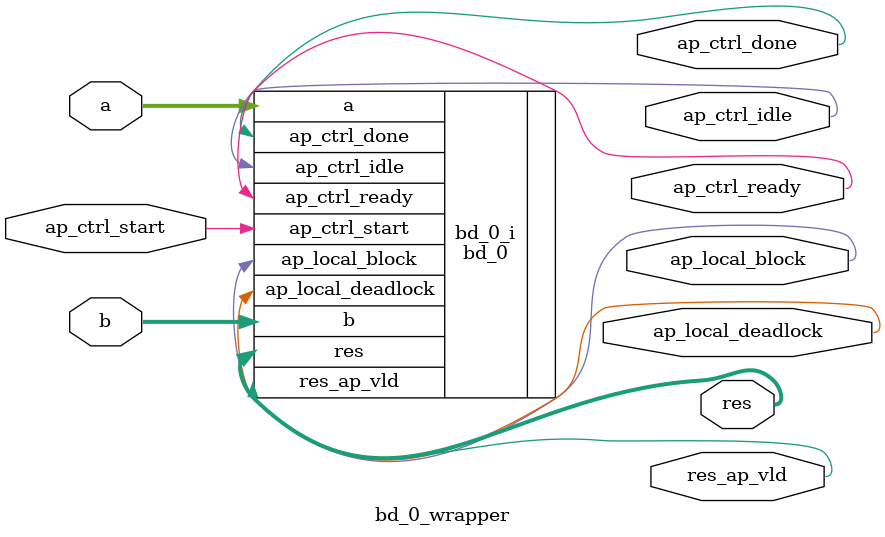
<source format=v>
`timescale 1 ps / 1 ps

module bd_0_wrapper
   (a,
    ap_ctrl_done,
    ap_ctrl_idle,
    ap_ctrl_ready,
    ap_ctrl_start,
    ap_local_block,
    ap_local_deadlock,
    b,
    res,
    res_ap_vld);
  input [127:0]a;
  output ap_ctrl_done;
  output ap_ctrl_idle;
  output ap_ctrl_ready;
  input ap_ctrl_start;
  output ap_local_block;
  output ap_local_deadlock;
  input [127:0]b;
  output [127:0]res;
  output res_ap_vld;

  wire [127:0]a;
  wire ap_ctrl_done;
  wire ap_ctrl_idle;
  wire ap_ctrl_ready;
  wire ap_ctrl_start;
  wire ap_local_block;
  wire ap_local_deadlock;
  wire [127:0]b;
  wire [127:0]res;
  wire res_ap_vld;

  bd_0 bd_0_i
       (.a(a),
        .ap_ctrl_done(ap_ctrl_done),
        .ap_ctrl_idle(ap_ctrl_idle),
        .ap_ctrl_ready(ap_ctrl_ready),
        .ap_ctrl_start(ap_ctrl_start),
        .ap_local_block(ap_local_block),
        .ap_local_deadlock(ap_local_deadlock),
        .b(b),
        .res(res),
        .res_ap_vld(res_ap_vld));
endmodule

</source>
